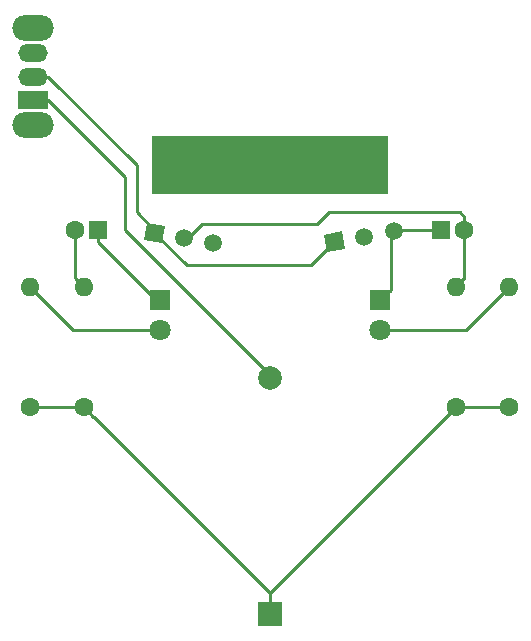
<source format=gbr>
G04 #@! TF.GenerationSoftware,KiCad,Pcbnew,(5.0.0)*
G04 #@! TF.CreationDate,2019-03-03T23:19:42-08:00*
G04 #@! TF.ProjectId,Cub_Wolf_Badge_Circuit,4375625F576F6C665F42616467655F43,rev?*
G04 #@! TF.SameCoordinates,Original*
G04 #@! TF.FileFunction,Copper,L2,Bot,Signal*
G04 #@! TF.FilePolarity,Positive*
%FSLAX46Y46*%
G04 Gerber Fmt 4.6, Leading zero omitted, Abs format (unit mm)*
G04 Created by KiCad (PCBNEW (5.0.0)) date 03/03/19 23:19:42*
%MOMM*%
%LPD*%
G01*
G04 APERTURE LIST*
G04 #@! TA.AperFunction,ComponentPad*
%ADD10C,1.520000*%
G04 #@! TD*
G04 #@! TA.AperFunction,Conductor*
%ADD11C,0.100000*%
G04 #@! TD*
G04 #@! TA.AperFunction,ComponentPad*
%ADD12R,2.000000X2.000000*%
G04 #@! TD*
G04 #@! TA.AperFunction,ComponentPad*
%ADD13C,2.000000*%
G04 #@! TD*
G04 #@! TA.AperFunction,ComponentPad*
%ADD14C,1.800000*%
G04 #@! TD*
G04 #@! TA.AperFunction,ComponentPad*
%ADD15R,1.800000X1.800000*%
G04 #@! TD*
G04 #@! TA.AperFunction,ComponentPad*
%ADD16O,1.600000X1.600000*%
G04 #@! TD*
G04 #@! TA.AperFunction,ComponentPad*
%ADD17C,1.600000*%
G04 #@! TD*
G04 #@! TA.AperFunction,ComponentPad*
%ADD18R,1.600000X1.600000*%
G04 #@! TD*
G04 #@! TA.AperFunction,SMDPad,CuDef*
%ADD19R,20.000000X5.000000*%
G04 #@! TD*
G04 #@! TA.AperFunction,ComponentPad*
%ADD20O,3.500000X2.200000*%
G04 #@! TD*
G04 #@! TA.AperFunction,ComponentPad*
%ADD21O,2.500000X1.500000*%
G04 #@! TD*
G04 #@! TA.AperFunction,ComponentPad*
%ADD22R,2.500000X1.500000*%
G04 #@! TD*
G04 #@! TA.AperFunction,Conductor*
%ADD23C,0.250000*%
G04 #@! TD*
G04 APERTURE END LIST*
D10*
G04 #@! TO.P,Transistor2,2*
G04 #@! TO.N,Net-(C1-Pad2)*
X119001412Y-50691066D03*
G04 #@! TO.P,Transistor2,3*
G04 #@! TO.N,Net-(C2-Pad1)*
X121502823Y-51132133D03*
G04 #@! TO.P,Transistor2,1*
G04 #@! TO.N,Net-(Q1-Pad1)*
X116500000Y-50250000D03*
D11*
G04 #@! TD*
G04 #@! TO.N,Net-(Q1-Pad1)*
G04 #@! TO.C,Transistor2*
G36*
X117116481Y-51130427D02*
X115619573Y-50866481D01*
X115883519Y-49369573D01*
X117380427Y-49633519D01*
X117116481Y-51130427D01*
X117116481Y-51130427D01*
G37*
D10*
G04 #@! TO.P,Transistor1,1*
G04 #@! TO.N,Net-(Q1-Pad1)*
X131750000Y-51000000D03*
D11*
G04 #@! TD*
G04 #@! TO.N,Net-(Q1-Pad1)*
G04 #@! TO.C,Transistor1*
G36*
X132630427Y-51616481D02*
X131133519Y-51880427D01*
X130869573Y-50383519D01*
X132366481Y-50119573D01*
X132630427Y-51616481D01*
X132630427Y-51616481D01*
G37*
D10*
G04 #@! TO.P,Transistor1,3*
G04 #@! TO.N,Net-(C1-Pad1)*
X136752823Y-50117867D03*
G04 #@! TO.P,Transistor1,2*
G04 #@! TO.N,Net-(C2-Pad2)*
X134251412Y-50558934D03*
G04 #@! TD*
D12*
G04 #@! TO.P,BT1,1*
G04 #@! TO.N,Net-(BT1-Pad1)*
X126250000Y-82500000D03*
D13*
G04 #@! TO.P,BT1,2*
G04 #@! TO.N,Net-(BT1-Pad2)*
X126250000Y-62500000D03*
G04 #@! TD*
D14*
G04 #@! TO.P,LED1,2*
G04 #@! TO.N,Net-(D1-Pad2)*
X135600000Y-58490000D03*
D15*
G04 #@! TO.P,LED1,1*
G04 #@! TO.N,Net-(C1-Pad1)*
X135600000Y-55950000D03*
G04 #@! TD*
G04 #@! TO.P,LED2,1*
G04 #@! TO.N,Net-(C2-Pad1)*
X116950000Y-55900000D03*
D14*
G04 #@! TO.P,LED2,2*
G04 #@! TO.N,Net-(D2-Pad2)*
X116950000Y-58440000D03*
G04 #@! TD*
D16*
G04 #@! TO.P,R1,2*
G04 #@! TO.N,Net-(D1-Pad2)*
X146500000Y-54840000D03*
D17*
G04 #@! TO.P,R1,1*
G04 #@! TO.N,Net-(BT1-Pad1)*
X146500000Y-65000000D03*
G04 #@! TD*
D16*
G04 #@! TO.P,R2,2*
G04 #@! TO.N,Net-(C1-Pad2)*
X142000000Y-54840000D03*
D17*
G04 #@! TO.P,R2,1*
G04 #@! TO.N,Net-(BT1-Pad1)*
X142000000Y-65000000D03*
G04 #@! TD*
G04 #@! TO.P,R3,1*
G04 #@! TO.N,Net-(BT1-Pad1)*
X110500000Y-65000000D03*
D16*
G04 #@! TO.P,R3,2*
G04 #@! TO.N,Net-(C2-Pad2)*
X110500000Y-54840000D03*
G04 #@! TD*
D17*
G04 #@! TO.P,R4,1*
G04 #@! TO.N,Net-(BT1-Pad1)*
X106000000Y-65000000D03*
D16*
G04 #@! TO.P,R4,2*
G04 #@! TO.N,Net-(D2-Pad2)*
X106000000Y-54840000D03*
G04 #@! TD*
D17*
G04 #@! TO.P,C1,2*
G04 #@! TO.N,Net-(C1-Pad2)*
X142750000Y-50000000D03*
D18*
G04 #@! TO.P,C1,1*
G04 #@! TO.N,Net-(C1-Pad1)*
X140750000Y-50000000D03*
G04 #@! TD*
G04 #@! TO.P,C2,1*
G04 #@! TO.N,Net-(C2-Pad1)*
X111750000Y-50000000D03*
D17*
G04 #@! TO.P,C2,2*
G04 #@! TO.N,Net-(C2-Pad2)*
X109750000Y-50000000D03*
G04 #@! TD*
D19*
G04 #@! TO.P,Solder Pin Here,1*
G04 #@! TO.N,N/C*
X126250000Y-44500000D03*
G04 #@! TD*
D20*
G04 #@! TO.P,SW1,*
G04 #@! TO.N,*
X106250000Y-32900000D03*
X106250000Y-41100000D03*
D21*
G04 #@! TO.P,SW1,3*
G04 #@! TO.N,N/C*
X106250000Y-35000000D03*
G04 #@! TO.P,SW1,2*
G04 #@! TO.N,Net-(Q1-Pad1)*
X106250000Y-37000000D03*
D22*
G04 #@! TO.P,SW1,1*
G04 #@! TO.N,Net-(BT1-Pad2)*
X106250000Y-39000000D03*
G04 #@! TD*
D23*
G04 #@! TO.N,Net-(BT1-Pad1)*
X110500000Y-65000000D02*
X106000000Y-65000000D01*
X146500000Y-65000000D02*
X142000000Y-65000000D01*
X142000000Y-65000000D02*
X126300000Y-80700000D01*
X111399999Y-65799999D02*
X126300000Y-80700000D01*
X111299999Y-65799999D02*
X111399999Y-65799999D01*
X110500000Y-65000000D02*
X111299999Y-65799999D01*
X126300000Y-82450000D02*
X126250000Y-82500000D01*
X126300000Y-80700000D02*
X126300000Y-82450000D01*
G04 #@! TO.N,Net-(BT1-Pad2)*
X107500000Y-39000000D02*
X106250000Y-39000000D01*
X114000000Y-45500000D02*
X107500000Y-39000000D01*
X126250000Y-62250000D02*
X114000000Y-50000000D01*
X114000000Y-50000000D02*
X114000000Y-45500000D01*
G04 #@! TO.N,Net-(C1-Pad2)*
X142750000Y-54090000D02*
X142750000Y-50000000D01*
X142000000Y-54840000D02*
X142750000Y-54090000D01*
X120500000Y-49500000D02*
X119308934Y-50691066D01*
X119308934Y-50691066D02*
X119001412Y-50691066D01*
X130250000Y-49500000D02*
X120500000Y-49500000D01*
X131250000Y-48500000D02*
X130250000Y-49500000D01*
X142381370Y-48500000D02*
X131250000Y-48500000D01*
X142750000Y-50000000D02*
X142750000Y-48868630D01*
X142750000Y-48868630D02*
X142381370Y-48500000D01*
G04 #@! TO.N,Net-(C1-Pad1)*
X136500000Y-50370690D02*
X136752823Y-50117867D01*
X136870690Y-50000000D02*
X136752823Y-50117867D01*
X140750000Y-50000000D02*
X136870690Y-50000000D01*
X135600000Y-55950000D02*
X136500000Y-55050000D01*
X136500000Y-55050000D02*
X136500000Y-50370690D01*
G04 #@! TO.N,Net-(C2-Pad1)*
X116600000Y-55900000D02*
X116950000Y-55900000D01*
X111750000Y-51050000D02*
X116600000Y-55900000D01*
X111750000Y-50000000D02*
X111750000Y-51050000D01*
G04 #@! TO.N,Net-(C2-Pad2)*
X109750000Y-54090000D02*
X109750000Y-50000000D01*
X110500000Y-54840000D02*
X109750000Y-54090000D01*
G04 #@! TO.N,Net-(D1-Pad2)*
X142850000Y-58490000D02*
X146500000Y-54840000D01*
X135600000Y-58490000D02*
X142850000Y-58490000D01*
G04 #@! TO.N,Net-(D2-Pad2)*
X109600000Y-58440000D02*
X116950000Y-58440000D01*
X106000000Y-54840000D02*
X109600000Y-58440000D01*
G04 #@! TO.N,Net-(Q1-Pad1)*
X116500000Y-50000000D02*
X116500000Y-50250000D01*
X115000000Y-48500000D02*
X116500000Y-50000000D01*
X115000000Y-44500000D02*
X115000000Y-48500000D01*
X106250000Y-37000000D02*
X107500000Y-37000000D01*
X107500000Y-37000000D02*
X115000000Y-44500000D01*
X129750000Y-53000000D02*
X119250000Y-53000000D01*
X131750000Y-51000000D02*
X129750000Y-53000000D01*
X119250000Y-53000000D02*
X116500000Y-50250000D01*
G04 #@! TD*
M02*

</source>
